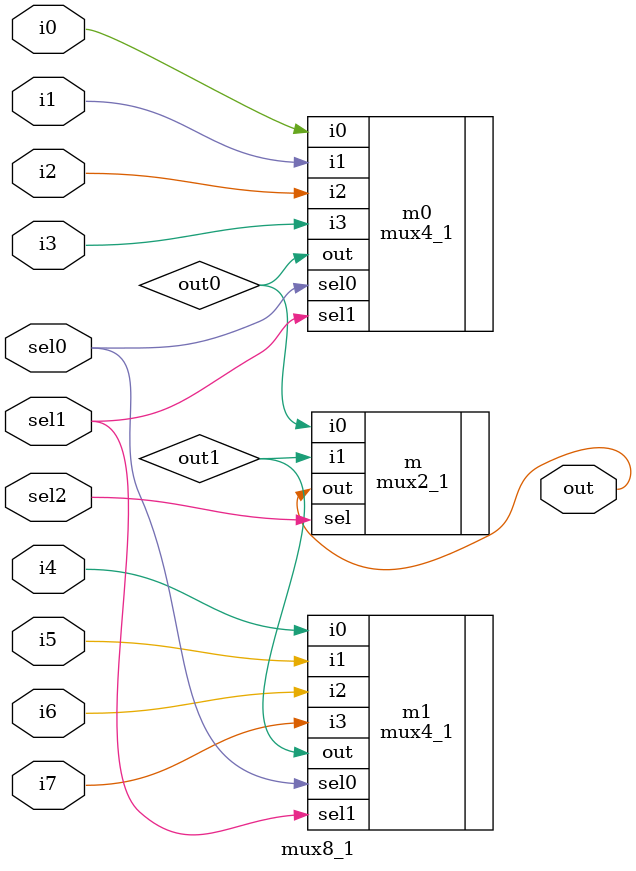
<source format=sv>
module mux8_1 (
	out,
	i0, i1, i2, i3, i4, i5, i6, i7,
	sel0, sel1, sel2
);
		
	output logic out;
	input logic i0, i1, i2, i3, i4, i5, i6, i7;
	input logic sel0, sel1, sel2;
		
	logic out0, out1;
	
	mux4_1 m0 (
		.out(out0),
		.i0(i0), .i1(i1), .i2(i2), .i3(i3),
		.sel0(sel0), .sel1(sel1)
	);
	mux4_1 m1 (
		.out(out1),
		.i0(i4), .i1(i5), .i2(i6), .i3(i7),
		.sel0(sel0), .sel1(sel1)
	);
	
	mux2_1 m (.out(out), .i0(out0), .i1(out1), .sel(sel2));
endmodule

</source>
